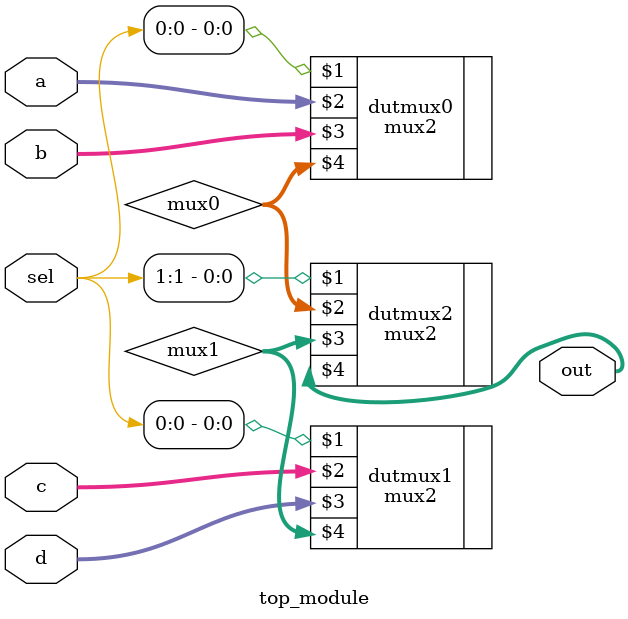
<source format=v>
module top_module (
    input [1:0] sel,
    input [7:0] a,
    input [7:0] b,
    input [7:0] c,
    input [7:0] d,
    output [7:0] out  ); //

    wire [7:0]mux0, mux1;
    mux2 dutmux0 ( sel[0],    a,    b, mux0 );
    mux2 dutmux1 ( sel[0],    c,    d, mux1 );
    mux2 dutmux2 ( sel[1], mux0, mux1,  out );

endmodule

</source>
